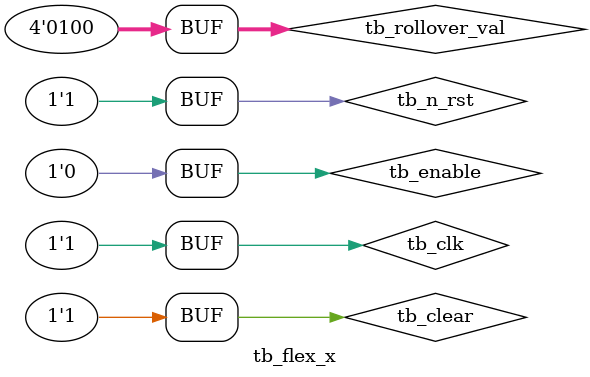
<source format=sv>

`timescale 1ns / 10ps

module tb_flex_x ();

	// Define parameters
	// basic test bench parameters
	localparam	CLK_PERIOD	= 2.5;
	localparam NUM_CNT_BITS = 4;
	// Shared Test Variables
	reg tb_clk;
	logic tb_n_rst;
	logic tb_clear;
	logic tb_enable;
	logic [NUM_CNT_BITS-1:0] tb_rollover_val;
	logic [NUM_CNT_BITS-1:0] tb_count_out;
	logic tb_rolloverflg;
	
	
	
	// Clock generation block
	always
	begin
		tb_clk = 1'b0;
		#(CLK_PERIOD/2.0);
		tb_clk = 1'b1;
		#(CLK_PERIOD/2.0);
	end
	flex_x DUT
	(
		.clk(tb_clk),
		.n_rst(tb_n_rst),
		.clear(tb_clear),
		.count_enable(tb_enable),
		.rollover_val(tb_rollover_val),

		.count_out(tb_count_out),
		.rollover_flag(tb_rolloverflg)
	);
	initial begin
		#(CLK_PERIOD/2.0);
		tb_n_rst = 0;
		tb_clear = 0;
		tb_enable = 0;
		#(CLK_PERIOD/2.0);
		tb_rollover_val = 3'b100;
		#(CLK_PERIOD);
		tb_n_rst=1;
		#(CLK_PERIOD);
		tb_enable=1;
		#(CLK_PERIOD);
		tb_clear = 1;
		#(CLK_PERIOD);
		tb_clear = 0;
		#(CLK_PERIOD*4);
		tb_enable = 0;
		#(CLK_PERIOD);
		tb_clear = 1;
		
	end
endmodule

</source>
